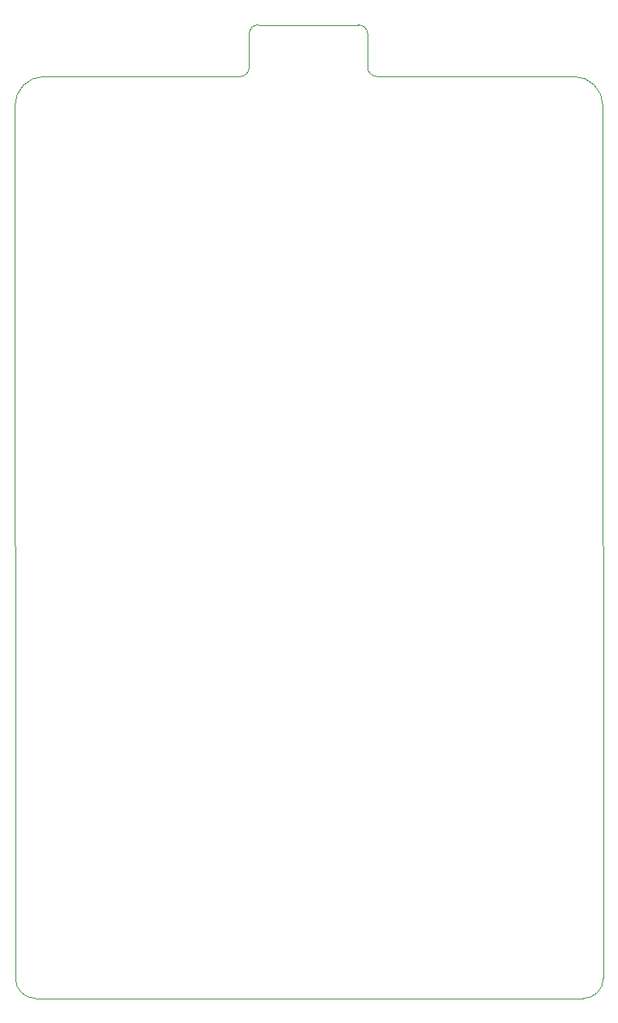
<source format=gbr>
%TF.GenerationSoftware,KiCad,Pcbnew,(5.1.9)-1*%
%TF.CreationDate,2021-05-19T15:48:15+02:00*%
%TF.ProjectId,flashpad,666c6173-6870-4616-942e-6b696361645f,rev?*%
%TF.SameCoordinates,Original*%
%TF.FileFunction,Profile,NP*%
%FSLAX46Y46*%
G04 Gerber Fmt 4.6, Leading zero omitted, Abs format (unit mm)*
G04 Created by KiCad (PCBNEW (5.1.9)-1) date 2021-05-19 15:48:15*
%MOMM*%
%LPD*%
G01*
G04 APERTURE LIST*
%TA.AperFunction,Profile*%
%ADD10C,0.050000*%
%TD*%
G04 APERTURE END LIST*
D10*
X120599201Y-56184801D02*
X120599200Y-52730400D01*
X132943599Y-52730400D02*
X132943601Y-56184799D01*
X133908800Y-57150000D02*
G75*
G02*
X132943601Y-56184799I1J965200D01*
G01*
X133908800Y-57150000D02*
X154381200Y-57150000D01*
X99263200Y-57150000D02*
X119634000Y-57150000D01*
X120599201Y-56184801D02*
G75*
G02*
X119634000Y-57150000I-965200J1D01*
G01*
X131978400Y-51765201D02*
G75*
G02*
X132943599Y-52730400I0J-965199D01*
G01*
X120599200Y-52730400D02*
G75*
G02*
X121564400Y-51765200I965200J0D01*
G01*
X121564400Y-51765200D02*
X131978400Y-51765201D01*
X157480000Y-151130000D02*
G75*
G02*
X155397200Y-153212800I-2082800J0D01*
G01*
X98348800Y-153212800D02*
G75*
G02*
X96266000Y-151130000I0J2082800D01*
G01*
X154381200Y-57150000D02*
G75*
G02*
X157429200Y-60198000I0J-3048000D01*
G01*
X96215200Y-60198000D02*
G75*
G02*
X99263200Y-57150000I3048000J0D01*
G01*
X96266000Y-151130000D02*
X96215200Y-60198000D01*
X155397200Y-153212800D02*
X98348800Y-153212800D01*
X157429200Y-60198000D02*
X157480000Y-151130000D01*
M02*

</source>
